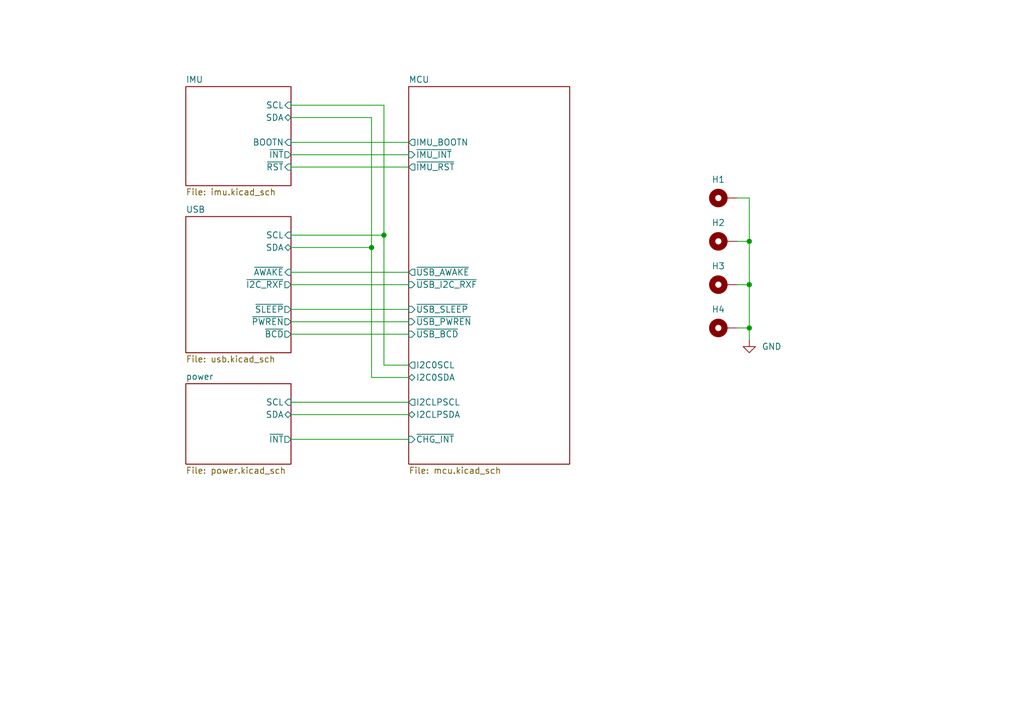
<source format=kicad_sch>
(kicad_sch (version 20250114) (generator "eeschema") (generator_version "9.0")
  (paper "A5")
  (lib_symbols
    (symbol "Mechanical:MountingHole_Pad" (pin_numbers (hide yes)) (pin_names (offset 1.016) (hide yes)) (in_bom no)
      (property "Reference" "H" (at 0 6.35 0))
      (property "Value" "MountingHole_Pad" (at 0 4.445 0))
      (symbol "MountingHole_Pad_0_1"
        (circle (center 0 1.27) (radius 1.27) (stroke (width 1.27)))
      )
      (symbol "MountingHole_Pad_1_1"
        (pin input line (at 0 -2.54 90) (length 2.54) (name "1") (number "1"))
      )
    )
    (symbol "power:GND" (power) (pin_numbers (hide yes)) (pin_names (offset 0) (hide yes))
      (property "Value" "GND" (at 0 -3.81 0))
      (symbol "GND_0_1"
        (polyline (pts (xy 0 0) (xy 0 -1.27) (xy 1.27 -1.27) (xy 0 -2.54) (xy -1.27 -1.27) (xy 0 -1.27)))
      )
      (symbol "GND_1_1"
        (pin power_in line (at 0 0 270) (length 0) (name "~") (number "1"))
      )
    )
  )
  (junction (at 153.67 49.53))
  (junction (at 153.67 67.31))
  (junction (at 76.2 50.8))
  (junction (at 78.74 48.26))
  (junction (at 153.67 58.42))
  (wire (pts (xy 153.67 49.53) (xy 153.67 40.64)))
  (wire (pts (xy 153.67 40.64) (xy 151.13 40.64)))
  (wire (pts (xy 76.2 77.47) (xy 76.2 50.8)))
  (wire (pts (xy 151.13 67.31) (xy 153.67 67.31)))
  (wire (pts (xy 59.69 85.09) (xy 83.82 85.09)))
  (wire (pts (xy 59.69 90.17) (xy 83.82 90.17)))
  (wire (pts (xy 151.13 58.42) (xy 153.67 58.42)))
  (wire (pts (xy 78.74 74.93) (xy 78.74 48.26)))
  (wire (pts (xy 59.69 50.8) (xy 76.2 50.8)))
  (wire (pts (xy 151.13 49.53) (xy 153.67 49.53)))
  (wire (pts (xy 59.69 29.21) (xy 83.82 29.21)))
  (wire (pts (xy 59.69 82.55) (xy 83.82 82.55)))
  (wire (pts (xy 83.82 74.93) (xy 78.74 74.93)))
  (wire (pts (xy 59.69 68.58) (xy 83.82 68.58)))
  (wire (pts (xy 59.69 48.26) (xy 78.74 48.26)))
  (wire (pts (xy 153.67 69.85) (xy 153.67 67.31)))
  (wire (pts (xy 59.69 31.75) (xy 83.82 31.75)))
  (wire (pts (xy 59.69 55.88) (xy 83.82 55.88)))
  (wire (pts (xy 59.69 24.13) (xy 76.2 24.13)))
  (wire (pts (xy 76.2 50.8) (xy 76.2 24.13)))
  (wire (pts (xy 78.74 21.59) (xy 59.69 21.59)))
  (wire (pts (xy 59.69 58.42) (xy 83.82 58.42)))
  (wire (pts (xy 59.69 63.5) (xy 83.82 63.5)))
  (wire (pts (xy 59.69 66.04) (xy 83.82 66.04)))
  (wire (pts (xy 78.74 48.26) (xy 78.74 21.59)))
  (wire (pts (xy 83.82 77.47) (xy 76.2 77.47)))
  (wire (pts (xy 153.67 67.31) (xy 153.67 58.42)))
  (wire (pts (xy 59.69 34.29) (xy 83.82 34.29)))
  (wire (pts (xy 153.67 58.42) (xy 153.67 49.53)))
  (symbol (lib_id "Mechanical:MountingHole_Pad") (at 148.59 49.53 90) (unit 1) (in_bom no) (on_board no)
    (property "Reference" "H2" (at 147.32 45.72 90))
    (property "Value" "M2" (effects (hide yes)))
    (property "Footprint" "MountingHole:MountingHole_2.7mm_M2.5_Pad" (effects (hide yes)))
    (property "Description" "Mounting Hole with connection" (effects (hide yes)))
  )
  (symbol (lib_id "Mechanical:MountingHole_Pad") (at 148.59 58.42 90) (unit 1) (in_bom no) (on_board no)
    (property "Reference" "H3" (at 147.32 54.61 90))
    (property "Value" "M2" (effects (hide yes)))
    (property "Footprint" "MountingHole:MountingHole_2.7mm_M2.5_Pad" (effects (hide yes)))
    (property "Description" "Mounting Hole with connection" (effects (hide yes)))
  )
  (symbol (lib_id "Mechanical:MountingHole_Pad") (at 148.59 67.31 90) (unit 1) (in_bom no) (on_board no)
    (property "Reference" "H4" (at 147.32 63.5 90))
    (property "Value" "M2" (effects (hide yes)))
    (property "Footprint" "MountingHole:MountingHole_2.7mm_M2.5_Pad" (effects (hide yes)))
    (property "Description" "Mounting Hole with connection" (effects (hide yes)))
  )
  (symbol (lib_id "Mechanical:MountingHole_Pad") (at 148.59 40.64 90) (unit 1) (in_bom no) (on_board no)
    (property "Reference" "H1" (at 147.32 36.83 90))
    (property "Value" "M2" (effects (hide yes)))
    (property "Footprint" "MountingHole:MountingHole_2.7mm_M2.5_Pad" (effects (hide yes)))
    (property "Description" "Mounting Hole with connection" (effects (hide yes)))
  )
  (symbol (lib_id "power:GND") (at 153.67 69.85 0) (unit 1)
    (property "Reference" "#PWR01" (effects (hide yes)))
    (property "Value" "GND" (at 156.21 71.1199 0) (effects (justify left)))
    (property "Description" "Power symbol creates a global label with name \"GND\" , ground" (effects (hide yes)))
  )
  (sheet (at 38.1 44.45) (size 21.59 27.94) (stroke (width 0.1524))
    (property "Sheetname" "USB" (at 38.1 43.7384 0) (effects (justify left bottom)))
    (property "Sheetfile" "usb.kicad_sch" (at 38.1 72.9746 0) (effects (justify left top)))
    (pin "~{AWAKE}" input (at 59.69 55.88 0))
    (pin "~{I2C_RXF}" output (at 59.69 58.42 0))
    (pin "~{PWREN}" output (at 59.69 66.04 0))
    (pin "~{SLEEP}" output (at 59.69 63.5 0))
    (pin "SDA" bidirectional (at 59.69 50.8 0))
    (pin "~{BCD}" output (at 59.69 68.58 0))
    (pin "SCL" input (at 59.69 48.26 0))
  )
  (sheet (at 38.1 78.74) (size 21.59 16.51) (stroke (width 0.1524))
    (property "Sheetname" "power" (at 38.1 78.0284 0) (effects (justify left bottom)))
    (property "Sheetfile" "power.kicad_sch" (at 38.1 95.8346 0) (effects (justify left top)))
    (pin "SCL" input (at 59.69 82.55 0))
    (pin "SDA" bidirectional (at 59.69 85.09 0))
    (pin "~{INT}" output (at 59.69 90.17 0))
  )
  (sheet (at 83.82 17.78) (size 33.02 77.47) (stroke (width 0.1524))
    (property "Sheetname" "MCU" (at 83.82 17.0684 0) (effects (justify left bottom)))
    (property "Sheetfile" "mcu.kicad_sch" (at 83.82 95.8346 0) (effects (justify left top)))
    (pin "~{USB_I2C_RXF}" input (at 83.82 58.42 180))
    (pin "~{USB_BCD}" input (at 83.82 68.58 180))
    (pin "~{USB_PWREN}" input (at 83.82 66.04 180))
    (pin "IMU_BOOTN" output (at 83.82 29.21 180))
    (pin "~{USB_SLEEP}" input (at 83.82 63.5 180))
    (pin "I2C0SDA" bidirectional (at 83.82 77.47 180))
    (pin "~{USB_AWAKE}" output (at 83.82 55.88 180))
    (pin "~{CHG_INT}" input (at 83.82 90.17 180))
    (pin "~{IMU_RST}" output (at 83.82 34.29 180))
    (pin "~{IMU_INT}" input (at 83.82 31.75 180))
    (pin "I2CLPSCL" output (at 83.82 82.55 180))
    (pin "I2CLPSDA" bidirectional (at 83.82 85.09 180))
    (pin "I2C0SCL" output (at 83.82 74.93 180))
  )
  (sheet (at 38.1 17.78) (size 21.59 20.32) (stroke (width 0.1524))
    (property "Sheetname" "IMU" (at 38.1 17.0684 0) (effects (justify left bottom)))
    (property "Sheetfile" "imu.kicad_sch" (at 38.1 38.6846 0) (effects (justify left top)))
    (pin "BOOTN" input (at 59.69 29.21 0))
    (pin "~{INT}" output (at 59.69 31.75 0))
    (pin "~{RST}" input (at 59.69 34.29 0))
    (pin "SCL" input (at 59.69 21.59 0))
    (pin "SDA" bidirectional (at 59.69 24.13 0))
  )
)
</source>
